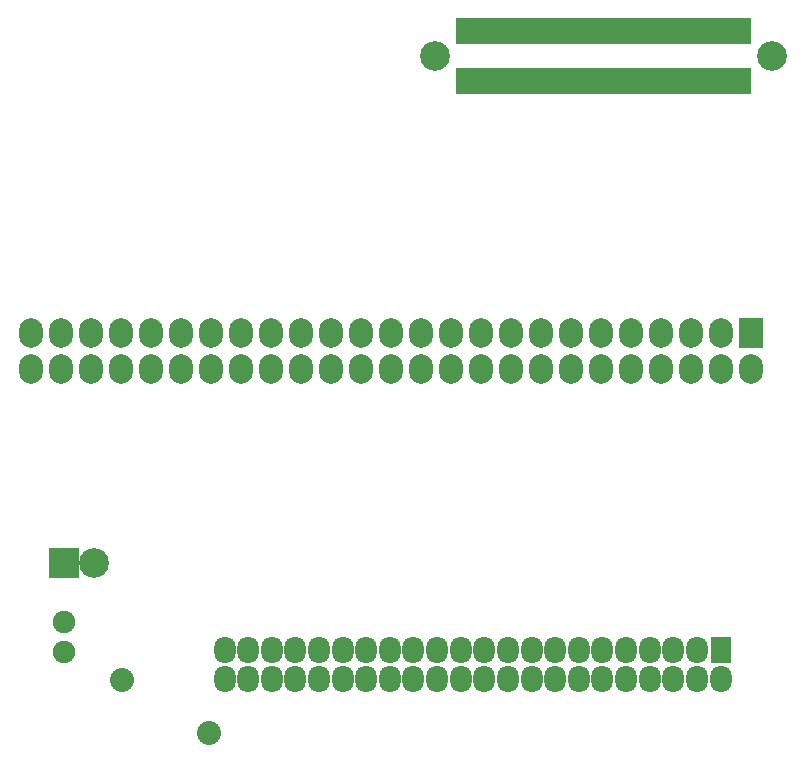
<source format=gbs>
G04 #@! TF.FileFunction,Soldermask,Bot*
%FSLAX46Y46*%
G04 Gerber Fmt 4.6, Leading zero omitted, Abs format (unit mm)*
G04 Created by KiCad (PCBNEW no-vcs-found-product) date Sat 05 Dec 2015 15:20:37 CET*
%MOMM*%
G01*
G04 APERTURE LIST*
%ADD10C,0.150000*%
%ADD11R,1.808000X2.308000*%
%ADD12O,1.808000X2.308000*%
%ADD13O,2.008000X2.508000*%
%ADD14R,2.008000X2.508000*%
%ADD15R,1.107440X2.308860*%
%ADD16C,2.506980*%
%ADD17C,2.032000*%
%ADD18R,2.508000X2.508000*%
%ADD19C,2.508000*%
%ADD20C,1.905000*%
G04 APERTURE END LIST*
D10*
D11*
X177900000Y-112250000D03*
D12*
X177900000Y-114750000D03*
X175900000Y-112250000D03*
X175900000Y-114750000D03*
X173900000Y-112250000D03*
X173900000Y-114750000D03*
X171900000Y-112250000D03*
X171900000Y-114750000D03*
X169900000Y-112250000D03*
X169900000Y-114750000D03*
X167900000Y-112250000D03*
X167900000Y-114750000D03*
X165900000Y-112250000D03*
X165900000Y-114750000D03*
X163900000Y-112250000D03*
X163900000Y-114750000D03*
X161900000Y-112250000D03*
X161900000Y-114750000D03*
X159900000Y-112250000D03*
X159900000Y-114750000D03*
X157900000Y-112250000D03*
X157900000Y-114750000D03*
X155900000Y-112250000D03*
X155900000Y-114750000D03*
X153900000Y-112250000D03*
X153900000Y-114750000D03*
X151900000Y-112250000D03*
X151900000Y-114750000D03*
X149900000Y-112250000D03*
X149900000Y-114750000D03*
X147900000Y-112250000D03*
X147900000Y-114750000D03*
X145900000Y-112250000D03*
X145900000Y-114750000D03*
X143900000Y-112250000D03*
X143900000Y-114750000D03*
X141900000Y-112250000D03*
X141900000Y-114750000D03*
X139900000Y-112250000D03*
X139900000Y-114750000D03*
X137900000Y-112250000D03*
X137900000Y-114750000D03*
X135900000Y-112250000D03*
X135900000Y-114750000D03*
D13*
X129680000Y-88520000D03*
X129680000Y-85480000D03*
X127140000Y-85480000D03*
X127140000Y-88520000D03*
X124600000Y-88520000D03*
X124600000Y-85480000D03*
X119520000Y-85480000D03*
X119520000Y-88520000D03*
X122060000Y-88520000D03*
X122060000Y-85480000D03*
X134760000Y-85480000D03*
X134760000Y-88520000D03*
X132220000Y-88520000D03*
X132220000Y-85480000D03*
X137300000Y-85480000D03*
X137300000Y-88520000D03*
X139840000Y-88520000D03*
X139840000Y-85480000D03*
X142380000Y-85480000D03*
X142380000Y-88520000D03*
X147460000Y-85480000D03*
X147460000Y-88520000D03*
X144920000Y-88520000D03*
X144920000Y-85480000D03*
X150000000Y-85480000D03*
X150000000Y-88520000D03*
X152540000Y-88520000D03*
X152540000Y-85480000D03*
X155080000Y-85480000D03*
X155080000Y-88520000D03*
X157620000Y-88520000D03*
X157620000Y-85480000D03*
X160160000Y-85480000D03*
X160160000Y-88520000D03*
X162700000Y-88520000D03*
X162700000Y-85480000D03*
X165240000Y-85480000D03*
X165240000Y-88520000D03*
X167780000Y-88520000D03*
X167780000Y-85480000D03*
X170320000Y-85480000D03*
X170320000Y-88520000D03*
X172860000Y-88520000D03*
X172860000Y-85480000D03*
D14*
X180480000Y-85480000D03*
D13*
X180480000Y-88520000D03*
X177940000Y-85480000D03*
X177940000Y-88520000D03*
X175400000Y-85480000D03*
X175400000Y-88520000D03*
D15*
X179998960Y-64099420D03*
X178998200Y-64101960D03*
X177997440Y-64101960D03*
X176999220Y-64101960D03*
X175998460Y-64101960D03*
X174997700Y-64101960D03*
X173999480Y-64101960D03*
X172998720Y-64101960D03*
X171997960Y-64101960D03*
X170999740Y-64101960D03*
X169998980Y-64101960D03*
X168998220Y-64101960D03*
X167997460Y-64101960D03*
X166999240Y-64101960D03*
X165998480Y-64101960D03*
X164997720Y-64101960D03*
X163999500Y-64101960D03*
X162998740Y-64101960D03*
X161997980Y-64101960D03*
X160999760Y-64101960D03*
X159999000Y-64101960D03*
X158998240Y-64101960D03*
X157997480Y-64101960D03*
X156999260Y-64101960D03*
X155998500Y-64101960D03*
X179998960Y-59898040D03*
X179000740Y-59898040D03*
X177999980Y-59898040D03*
X176999220Y-59898040D03*
X176001000Y-59898040D03*
X175000240Y-59898040D03*
X173999480Y-59898040D03*
X173001260Y-59898040D03*
X172000500Y-59898040D03*
X170999740Y-59898040D03*
X169998980Y-59898040D03*
X169000760Y-59898040D03*
X168000000Y-59898040D03*
X166999240Y-59898040D03*
X166001020Y-59898040D03*
X165000260Y-59898040D03*
X163999500Y-59898040D03*
X162998740Y-59898040D03*
X162000520Y-59898040D03*
X160999760Y-59898040D03*
X159999000Y-59898040D03*
X159000780Y-59898040D03*
X158000020Y-59898040D03*
X156999260Y-59898040D03*
X156001040Y-59898040D03*
D16*
X182249400Y-62000000D03*
X153750600Y-62000000D03*
D17*
X127200000Y-114800000D03*
X134600000Y-119300000D03*
D18*
X122300000Y-104900000D03*
D19*
X124840000Y-104900000D03*
D20*
X122300000Y-112470000D03*
X122300000Y-109930000D03*
M02*

</source>
